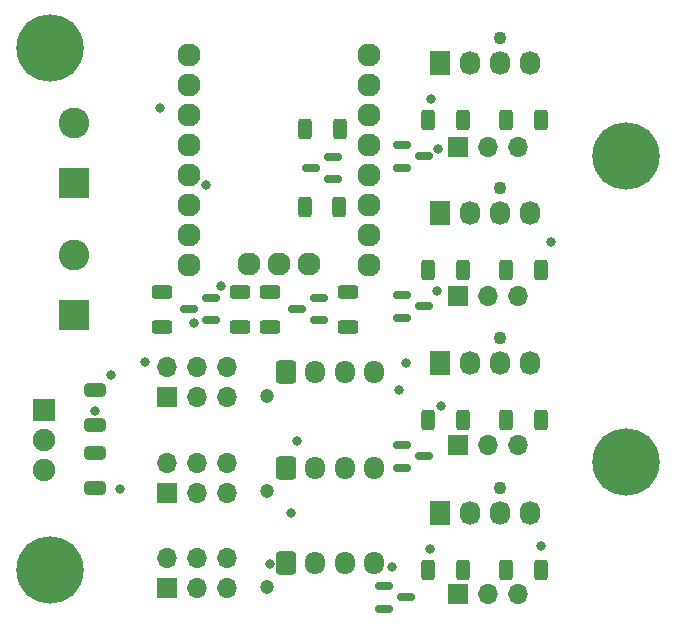
<source format=gbr>
%TF.GenerationSoftware,KiCad,Pcbnew,(6.0.5-0)*%
%TF.CreationDate,2022-08-11T13:14:41+02:00*%
%TF.ProjectId,tiny-fan,74696e79-2d66-4616-9e2e-6b696361645f,rev?*%
%TF.SameCoordinates,Original*%
%TF.FileFunction,Soldermask,Bot*%
%TF.FilePolarity,Negative*%
%FSLAX46Y46*%
G04 Gerber Fmt 4.6, Leading zero omitted, Abs format (unit mm)*
G04 Created by KiCad (PCBNEW (6.0.5-0)) date 2022-08-11 13:14:41*
%MOMM*%
%LPD*%
G01*
G04 APERTURE LIST*
G04 Aperture macros list*
%AMRoundRect*
0 Rectangle with rounded corners*
0 $1 Rounding radius*
0 $2 $3 $4 $5 $6 $7 $8 $9 X,Y pos of 4 corners*
0 Add a 4 corners polygon primitive as box body*
4,1,4,$2,$3,$4,$5,$6,$7,$8,$9,$2,$3,0*
0 Add four circle primitives for the rounded corners*
1,1,$1+$1,$2,$3*
1,1,$1+$1,$4,$5*
1,1,$1+$1,$6,$7*
1,1,$1+$1,$8,$9*
0 Add four rect primitives between the rounded corners*
20,1,$1+$1,$2,$3,$4,$5,0*
20,1,$1+$1,$4,$5,$6,$7,0*
20,1,$1+$1,$6,$7,$8,$9,0*
20,1,$1+$1,$8,$9,$2,$3,0*%
G04 Aperture macros list end*
%ADD10C,1.955800*%
%ADD11C,2.600000*%
%ADD12R,2.600000X2.600000*%
%ADD13C,5.700000*%
%ADD14R,1.700000X1.700000*%
%ADD15O,1.700000X1.700000*%
%ADD16RoundRect,0.250000X0.312500X0.625000X-0.312500X0.625000X-0.312500X-0.625000X0.312500X-0.625000X0*%
%ADD17RoundRect,0.250000X0.625000X-0.312500X0.625000X0.312500X-0.625000X0.312500X-0.625000X-0.312500X0*%
%ADD18RoundRect,0.250000X-0.625000X0.312500X-0.625000X-0.312500X0.625000X-0.312500X0.625000X0.312500X0*%
%ADD19RoundRect,0.150000X0.587500X0.150000X-0.587500X0.150000X-0.587500X-0.150000X0.587500X-0.150000X0*%
%ADD20C,1.200000*%
%ADD21RoundRect,0.250000X-0.600000X-0.725000X0.600000X-0.725000X0.600000X0.725000X-0.600000X0.725000X0*%
%ADD22O,1.700000X1.950000*%
%ADD23RoundRect,0.250000X0.650000X-0.325000X0.650000X0.325000X-0.650000X0.325000X-0.650000X-0.325000X0*%
%ADD24RoundRect,0.250000X-0.650000X0.325000X-0.650000X-0.325000X0.650000X-0.325000X0.650000X0.325000X0*%
%ADD25C,1.100000*%
%ADD26R,1.730000X2.030000*%
%ADD27O,1.730000X2.030000*%
%ADD28R,1.910000X1.910000*%
%ADD29C,1.910000*%
%ADD30RoundRect,0.150000X-0.587500X-0.150000X0.587500X-0.150000X0.587500X0.150000X-0.587500X0.150000X0*%
%ADD31C,0.800000*%
G04 APERTURE END LIST*
D10*
%TO.C,U2*%
X39587000Y-35768581D03*
X37047000Y-35768581D03*
X34507000Y-35768581D03*
X44667000Y-18098581D03*
X44667000Y-20638581D03*
X44667000Y-23178581D03*
X44667000Y-25718581D03*
X44667000Y-28258581D03*
X44667000Y-30798581D03*
X44667000Y-33338581D03*
X44667000Y-35878581D03*
X29427000Y-35878581D03*
X29427000Y-33338581D03*
X29427000Y-30798581D03*
X29427000Y-28258581D03*
X29427000Y-25718581D03*
X29427000Y-23178581D03*
X29427000Y-20638581D03*
X29427000Y-18098581D03*
%TD*%
D11*
%TO.C,5VIN1*%
X19751000Y-35062000D03*
D12*
X19751000Y-40142000D03*
%TD*%
D13*
%TO.C,REF4*%
X66436000Y-52583000D03*
%TD*%
%TO.C,REF3*%
X66436000Y-26675000D03*
%TD*%
%TO.C,REF2*%
X17668000Y-61727000D03*
%TD*%
%TO.C,REF1*%
X17668000Y-17531000D03*
%TD*%
D14*
%TO.C,AUX3PWR1*%
X27574000Y-63251000D03*
D15*
X27574000Y-60711000D03*
X30114000Y-63251000D03*
X30114000Y-60711000D03*
X32654000Y-63251000D03*
X32654000Y-60711000D03*
%TD*%
D14*
%TO.C,AUX2PWR1*%
X27574000Y-55148500D03*
D15*
X27574000Y-52608500D03*
X30114000Y-55148500D03*
X30114000Y-52608500D03*
X32654000Y-55148500D03*
X32654000Y-52608500D03*
%TD*%
D14*
%TO.C,AUX1PWR1*%
X27574000Y-47046000D03*
D15*
X27574000Y-44506000D03*
X30114000Y-47046000D03*
X30114000Y-44506000D03*
X32654000Y-47046000D03*
X32654000Y-44506000D03*
%TD*%
D16*
%TO.C,R14*%
X42225500Y-24384000D03*
X39300500Y-24384000D03*
%TD*%
D17*
%TO.C,R13*%
X36322000Y-41086500D03*
X36322000Y-38161500D03*
%TD*%
%TO.C,R12*%
X27178000Y-41086500D03*
X27178000Y-38161500D03*
%TD*%
D16*
%TO.C,R11*%
X39239000Y-30988000D03*
X42164000Y-30988000D03*
%TD*%
D18*
%TO.C,R10*%
X42926000Y-38161500D03*
X42926000Y-41086500D03*
%TD*%
D17*
%TO.C,R9*%
X33782000Y-41086500D03*
X33782000Y-38161500D03*
%TD*%
D19*
%TO.C,Q7*%
X41639000Y-26736000D03*
X41639000Y-28636000D03*
X39764000Y-27686000D03*
%TD*%
%TO.C,Q6*%
X40483000Y-38674000D03*
X40483000Y-40574000D03*
X38608000Y-39624000D03*
%TD*%
%TO.C,Q5*%
X31339000Y-38674000D03*
X31339000Y-40574000D03*
X29464000Y-39624000D03*
%TD*%
D20*
%TO.C,AUX3*%
X36052000Y-63151000D03*
D21*
X37652000Y-61151000D03*
D22*
X40152000Y-61151000D03*
X42652000Y-61151000D03*
X45152000Y-61151000D03*
%TD*%
%TO.C,AUX2*%
X45152000Y-53048500D03*
X42652000Y-53048500D03*
X40152000Y-53048500D03*
D21*
X37652000Y-53048500D03*
D20*
X36052000Y-55048500D03*
%TD*%
D22*
%TO.C,AUX1*%
X45152000Y-44946000D03*
X42652000Y-44946000D03*
X40152000Y-44946000D03*
D21*
X37652000Y-44946000D03*
D20*
X36052000Y-46946000D03*
%TD*%
D23*
%TO.C,C2*%
X21478000Y-54771000D03*
X21478000Y-51821000D03*
%TD*%
D24*
%TO.C,C1*%
X21478000Y-49437000D03*
X21478000Y-46487000D03*
%TD*%
D25*
%TO.C,FAN4*%
X55768000Y-54741000D03*
D26*
X50688000Y-56901000D03*
D27*
X53228000Y-56901000D03*
X55768000Y-56901000D03*
X58308000Y-56901000D03*
%TD*%
D25*
%TO.C,FAN3*%
X55778000Y-42041000D03*
D26*
X50698000Y-44201000D03*
D27*
X53238000Y-44201000D03*
X55778000Y-44201000D03*
X58318000Y-44201000D03*
%TD*%
D25*
%TO.C,FAN2*%
X55778000Y-29341000D03*
D26*
X50698000Y-31501000D03*
D27*
X53238000Y-31501000D03*
X55778000Y-31501000D03*
X58318000Y-31501000D03*
%TD*%
D25*
%TO.C,FAN1*%
X55778000Y-16641000D03*
D26*
X50698000Y-18801000D03*
D27*
X53238000Y-18801000D03*
X55778000Y-18801000D03*
X58318000Y-18801000D03*
%TD*%
D14*
%TO.C,FAN4PWR1*%
X52212000Y-63759000D03*
D15*
X54752000Y-63759000D03*
X57292000Y-63759000D03*
%TD*%
D14*
%TO.C,FAN3PWR1*%
X52212000Y-51143700D03*
D15*
X54752000Y-51143700D03*
X57292000Y-51143700D03*
%TD*%
D14*
%TO.C,FAN2PWR1*%
X52212000Y-38528300D03*
D15*
X54752000Y-38528300D03*
X57292000Y-38528300D03*
%TD*%
%TO.C,FAN1PWR1*%
X57292000Y-25913000D03*
X54752000Y-25913000D03*
D14*
X52212000Y-25913000D03*
%TD*%
D28*
%TO.C,U1*%
X17154000Y-48174500D03*
D29*
X17154000Y-50724500D03*
X17154000Y-53274500D03*
%TD*%
D30*
%TO.C,Q4*%
X45940500Y-64963000D03*
X45940500Y-63063000D03*
X47815500Y-64013000D03*
%TD*%
%TO.C,Q3*%
X47464500Y-53025000D03*
X47464500Y-51125000D03*
X49339500Y-52075000D03*
%TD*%
%TO.C,Q2*%
X47464500Y-40325000D03*
X47464500Y-38425000D03*
X49339500Y-39375000D03*
%TD*%
%TO.C,Q1*%
X47464500Y-27625000D03*
X47464500Y-25725000D03*
X49339500Y-26675000D03*
%TD*%
D16*
%TO.C,R8*%
X49733500Y-61727000D03*
X52658500Y-61727000D03*
%TD*%
%TO.C,R7*%
X52658500Y-49027000D03*
X49733500Y-49027000D03*
%TD*%
%TO.C,R6*%
X52658500Y-36327000D03*
X49733500Y-36327000D03*
%TD*%
%TO.C,R5*%
X59262500Y-61727000D03*
X56337500Y-61727000D03*
%TD*%
%TO.C,R4*%
X59262500Y-49027000D03*
X56337500Y-49027000D03*
%TD*%
%TO.C,R3*%
X52658500Y-23627000D03*
X49733500Y-23627000D03*
%TD*%
%TO.C,R2*%
X59262500Y-23627000D03*
X56337500Y-23627000D03*
%TD*%
%TO.C,R1*%
X59262500Y-36327000D03*
X56337500Y-36327000D03*
%TD*%
D11*
%TO.C,24VIN1*%
X19751000Y-23886000D03*
D12*
X19751000Y-28966000D03*
%TD*%
D31*
X47821200Y-44213409D03*
X47244000Y-46482000D03*
X38608000Y-50748400D03*
X38100000Y-56896000D03*
X36322000Y-61214000D03*
X23622000Y-54864000D03*
X22860000Y-45212000D03*
X26998900Y-22606000D03*
X49881800Y-59890300D03*
X50755900Y-47812500D03*
X50464800Y-38062200D03*
X25772900Y-44061500D03*
X32189000Y-37634100D03*
X29885100Y-40808700D03*
X49969100Y-21840300D03*
X30864200Y-29098600D03*
X50544300Y-26073700D03*
X60123400Y-33964600D03*
X46670800Y-61424700D03*
X59270200Y-59698700D03*
X21478000Y-48249700D03*
M02*

</source>
